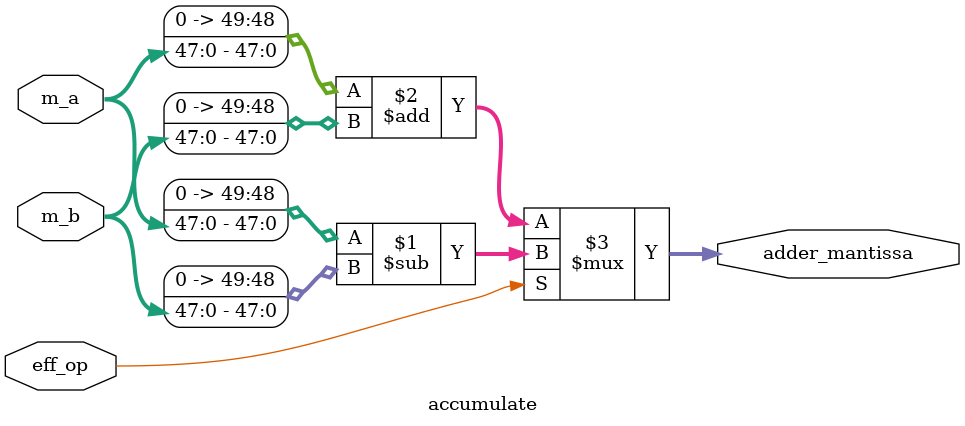
<source format=v>
`timescale 1ns / 1ps
module accumulate #(	parameter size_mul_mantissa  = 48)	//mantissa bits)
						(	input [size_mul_mantissa - 1:0] m_a,
							input [size_mul_mantissa - 1:0] m_b,
							input eff_op,
							output[size_mul_mantissa + 1 : 0] adder_mantissa);

assign adder_mantissa = (eff_op)? ({1'b0, m_a} - {1'b0, m_b}) : ({1'b0, m_a} + {1'b0, m_b});

endmodule

</source>
